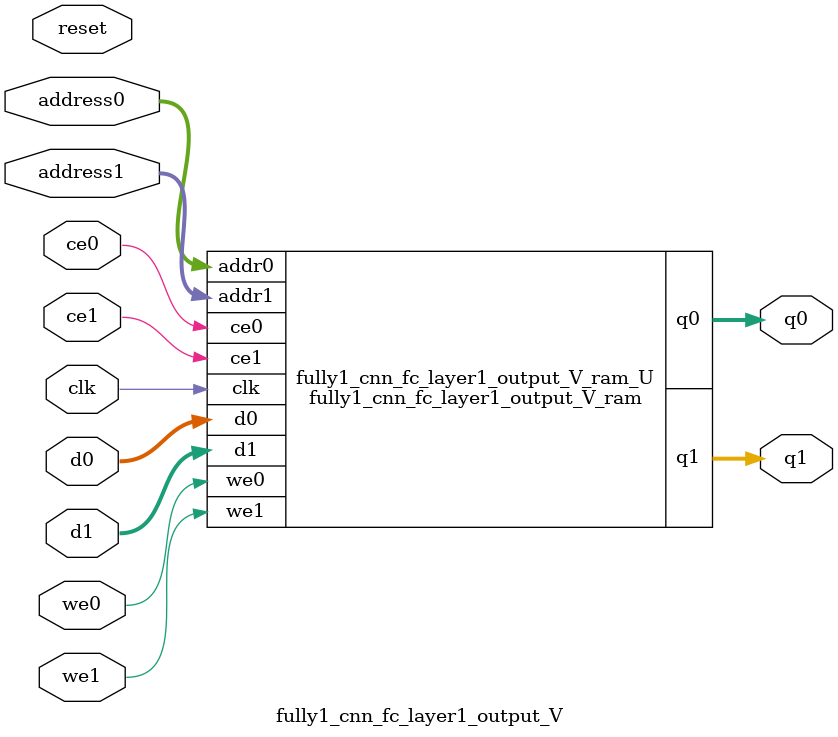
<source format=v>
`timescale 1 ns / 1 ps
module fully1_cnn_fc_layer1_output_V_ram (addr0, ce0, d0, we0, q0, addr1, ce1, d1, we1, q1,  clk);

parameter DWIDTH = 32;
parameter AWIDTH = 4;
parameter MEM_SIZE = 10;

input[AWIDTH-1:0] addr0;
input ce0;
input[DWIDTH-1:0] d0;
input we0;
output reg[DWIDTH-1:0] q0;
input[AWIDTH-1:0] addr1;
input ce1;
input[DWIDTH-1:0] d1;
input we1;
output reg[DWIDTH-1:0] q1;
input clk;

reg [DWIDTH-1:0] ram[0:MEM_SIZE-1];




always @(posedge clk)  
begin 
    if (ce0) begin
        if (we0) 
            ram[addr0] <= d0; 
        q0 <= ram[addr0];
    end
end


always @(posedge clk)  
begin 
    if (ce1) begin
        if (we1) 
            ram[addr1] <= d1; 
        q1 <= ram[addr1];
    end
end


endmodule

`timescale 1 ns / 1 ps
module fully1_cnn_fc_layer1_output_V(
    reset,
    clk,
    address0,
    ce0,
    we0,
    d0,
    q0,
    address1,
    ce1,
    we1,
    d1,
    q1);

parameter DataWidth = 32'd32;
parameter AddressRange = 32'd10;
parameter AddressWidth = 32'd4;
input reset;
input clk;
input[AddressWidth - 1:0] address0;
input ce0;
input we0;
input[DataWidth - 1:0] d0;
output[DataWidth - 1:0] q0;
input[AddressWidth - 1:0] address1;
input ce1;
input we1;
input[DataWidth - 1:0] d1;
output[DataWidth - 1:0] q1;



fully1_cnn_fc_layer1_output_V_ram fully1_cnn_fc_layer1_output_V_ram_U(
    .clk( clk ),
    .addr0( address0 ),
    .ce0( ce0 ),
    .we0( we0 ),
    .d0( d0 ),
    .q0( q0 ),
    .addr1( address1 ),
    .ce1( ce1 ),
    .we1( we1 ),
    .d1( d1 ),
    .q1( q1 ));

endmodule


</source>
